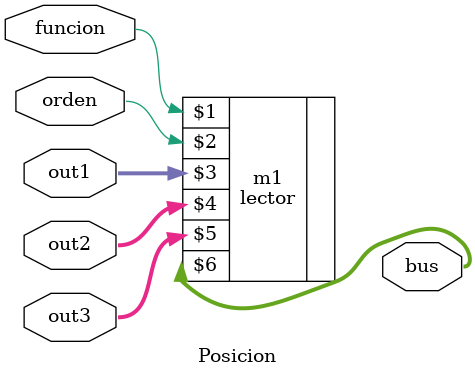
<source format=v>
`timescale 1ns / 1ps

module Posicion(funcion,orden,out1,out2,out3,bus);
input orden, funcion;
input [3:0] out1, out2, out3;
output [10:0] bus;

	lector m1(funcion,orden,out1,out2,out3,bus);



endmodule

</source>
